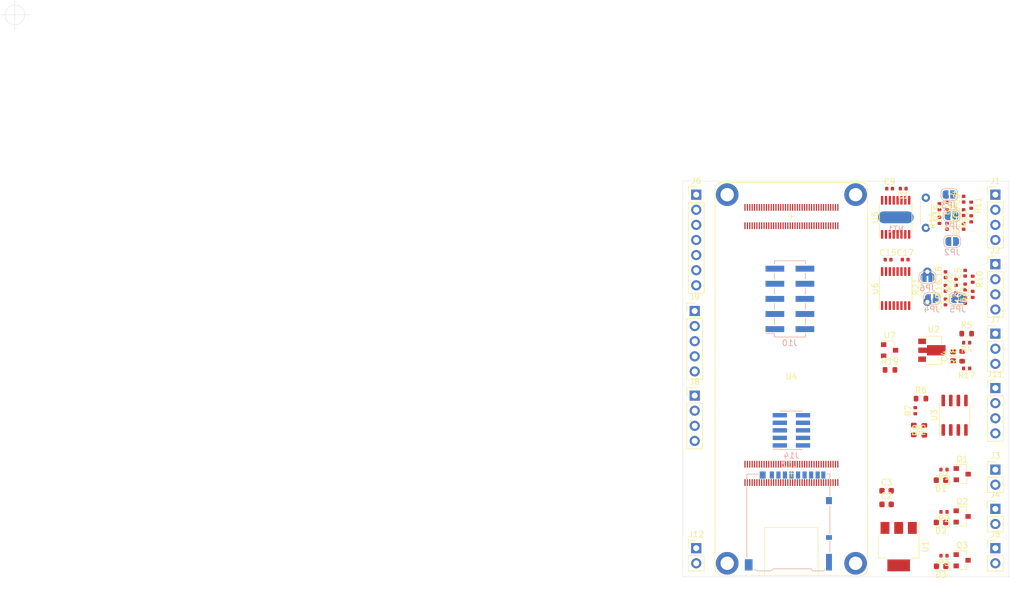
<source format=kicad_pcb>
(kicad_pcb (version 20171130) (host pcbnew "(5.1.9-0-10_14)")
  (layers (0 F.Cu signal) (1 In1.Cu signal hide) (2 In2.Cu signal) (31 B.Cu signal) (34 B.Paste user) (35 F.Paste user) (36 B.SilkS user) (37 F.SilkS user) (38 B.Mask user) (39 F.Mask user) (44 Edge.Cuts user))
  (net 0 "")
  (net 1 SSR1_VNEG)
  (net 2 SSR1_GATE)
  (net 3 SSR2_VNEG)
  (net 4 SSR2_GATE)
  (net 5 SSR3_VNEG)
  (net 6 SSR3_GATE)
  (net 7 +5V)
  (net 8 RTD2IN-)
  (net 9 BTN_BREW)
  (net 10 BTN_WATER)
  (net 11 BTN_STEAM)
  (net 12 ENC_CLK)
  (net 13 ENC_DT)
  (net 14 ENC_SW)
  (net 15 "Net-(D1-Pad2)")
  (net 16 "Net-(D2-Pad2)")
  (net 17 "Net-(D3-Pad2)")
  (net 18 PXDCR_AIN)
  (net 19 +3.3VA)
  (net 20 +3V3)
  (net 21 DISPLAY_CS)
  (net 22 DISPLAY_DC)
  (net 23 DISPLAY_RES)
  (net 24 SPI2_MOSI)
  (net 25 SPI2_SCLK)
  (net 26 UEXT_CS)
  (net 27 SPI5_SCK)
  (net 28 SPI5_MOSI)
  (net 29 SPI5_MISO)
  (net 30 I2C0_SDA)
  (net 31 I2C0_SCL)
  (net 32 UART0_RX)
  (net 33 UART0_TX)
  (net 34 PSSR_DAC_5V)
  (net 35 PSSR_EN_9V)
  (net 36 SDC_D0)
  (net 37 SDC_CLK)
  (net 38 V_SDCARD)
  (net 39 SDC_CMD)
  (net 40 SDC_D3)
  (net 41 SDC_D2)
  (net 42 SDC_D1)
  (net 43 JTAG_RESET)
  (net 44 JTAG_TDO)
  (net 45 JTAG_TCK)
  (net 46 JTAG_TMS)
  (net 47 "Net-(R6-Pad1)")
  (net 48 "Net-(R8-Pad1)")
  (net 49 PSSR_EN_3V3)
  (net 50 PSSR_DAC_3V3)
  (net 51 SPI1_MISO)
  (net 52 SPI1_MOSI)
  (net 53 SPI1_SCLK)
  (net 54 GND)
  (net 55 +5VA)
  (net 56 ADC_A0)
  (net 57 ADC_VREFP)
  (net 58 "Net-(J14-Pad8)")
  (net 59 "Net-(J14-Pad7)")
  (net 60 "Net-(U4-Pad160)")
  (net 61 "Net-(U4-Pad159)")
  (net 62 "Net-(U4-Pad158)")
  (net 63 "Net-(U4-Pad157)")
  (net 64 "Net-(U4-Pad156)")
  (net 65 "Net-(U4-Pad155)")
  (net 66 "Net-(U4-Pad154)")
  (net 67 "Net-(U4-Pad153)")
  (net 68 "Net-(U4-Pad152)")
  (net 69 "Net-(U4-Pad151)")
  (net 70 "Net-(U4-Pad150)")
  (net 71 "Net-(U4-Pad149)")
  (net 72 "Net-(U4-Pad148)")
  (net 73 "Net-(U4-Pad147)")
  (net 74 "Net-(U4-Pad146)")
  (net 75 "Net-(U4-Pad145)")
  (net 76 "Net-(U4-Pad144)")
  (net 77 "Net-(U4-Pad143)")
  (net 78 "Net-(U4-Pad142)")
  (net 79 "Net-(U4-Pad141)")
  (net 80 "Net-(U4-Pad138)")
  (net 81 "Net-(U4-Pad137)")
  (net 82 "Net-(U4-Pad136)")
  (net 83 "Net-(U4-Pad135)")
  (net 84 "Net-(U4-Pad134)")
  (net 85 "Net-(U4-Pad133)")
  (net 86 "Net-(U4-Pad132)")
  (net 87 "Net-(U4-Pad131)")
  (net 88 "Net-(U4-Pad128)")
  (net 89 "Net-(U4-Pad126)")
  (net 90 "Net-(U4-Pad124)")
  (net 91 "Net-(U4-Pad123)")
  (net 92 "Net-(U4-Pad122)")
  (net 93 "Net-(U4-Pad121)")
  (net 94 "Net-(U4-Pad117)")
  (net 95 "Net-(U4-Pad115)")
  (net 96 "Net-(U4-Pad112)")
  (net 97 "Net-(U4-Pad111)")
  (net 98 "Net-(U4-Pad110)")
  (net 99 "Net-(U4-Pad109)")
  (net 100 "Net-(U4-Pad108)")
  (net 101 "Net-(U4-Pad101)")
  (net 102 "Net-(U4-Pad97)")
  (net 103 "Net-(U4-Pad95)")
  (net 104 "Net-(U4-Pad94)")
  (net 105 "Net-(U4-Pad93)")
  (net 106 "Net-(U4-Pad92)")
  (net 107 "Net-(U4-Pad91)")
  (net 108 "Net-(U4-Pad90)")
  (net 109 "Net-(U4-Pad87)")
  (net 110 "Net-(U4-Pad85)")
  (net 111 "Net-(U4-Pad83)")
  (net 112 "Net-(U4-Pad75)")
  (net 113 "Net-(U4-Pad65)")
  (net 114 "Net-(U4-Pad64)")
  (net 115 "Net-(U4-Pad55)")
  (net 116 "Net-(U4-Pad53)")
  (net 117 "Net-(U4-Pad51)")
  (net 118 "Net-(U4-Pad49)")
  (net 119 "Net-(U4-Pad47)")
  (net 120 "Net-(U4-Pad45)")
  (net 121 "Net-(U4-Pad41)")
  (net 122 "Net-(U4-Pad39)")
  (net 123 "Net-(U4-Pad37)")
  (net 124 "Net-(U4-Pad35)")
  (net 125 "Net-(U4-Pad32)")
  (net 126 "Net-(U4-Pad31)")
  (net 127 "Net-(U4-Pad30)")
  (net 128 "Net-(U4-Pad29)")
  (net 129 "Net-(U4-Pad28)")
  (net 130 "Net-(U4-Pad27)")
  (net 131 "Net-(U4-Pad26)")
  (net 132 "Net-(U4-Pad25)")
  (net 133 "Net-(U4-Pad22)")
  (net 134 "Net-(U4-Pad21)")
  (net 135 "Net-(U4-Pad20)")
  (net 136 "Net-(U4-Pad19)")
  (net 137 "Net-(U4-Pad18)")
  (net 138 "Net-(U4-Pad17)")
  (net 139 "Net-(U4-Pad16)")
  (net 140 "Net-(U4-Pad15)")
  (net 141 "Net-(U4-Pad14)")
  (net 142 "Net-(U4-Pad13)")
  (net 143 "Net-(U4-Pad12)")
  (net 144 "Net-(U4-Pad11)")
  (net 145 "Net-(U4-Pad10)")
  (net 146 "Net-(U4-Pad9)")
  (net 147 "Net-(U4-Pad8)")
  (net 148 "Net-(U4-Pad7)")
  (net 149 "Net-(U4-Pad6)")
  (net 150 "Net-(U4-Pad5)")
  (net 151 "Net-(U4-Pad4)")
  (net 152 "Net-(U4-Pad3)")
  (net 153 "Net-(U4-Pad2)")
  (net 154 "Net-(U4-Pad81)")
  (net 155 "Net-(U4-Pad1)")
  (net 156 +12V)
  (net 157 GNDA)
  (net 158 ADS1220_2_AIN1)
  (net 159 ADS1220_1_AIN1)
  (net 160 ADS1220_2_AIN0)
  (net 161 ADS1220_1_AIN0)
  (net 162 ADS1220_1_REFP0)
  (net 163 ADS1220_1_REFN0)
  (net 164 ADS1220_2_REFP0)
  (net 165 ADS1220_2_REFN0)
  (net 166 ADS1220_1_AIN3)
  (net 167 RTD1IN+)
  (net 168 RTD1IN-)
  (net 169 I_IDAC_1_12)
  (net 170 RTD2IN+)
  (net 171 I_IDAC_2_12)
  (net 172 ADS1220_1_AIN2)
  (net 173 ADS1220_2_AIN3)
  (net 174 ADS1220_2_AIN2)
  (net 175 ADS1220_2_CS)
  (net 176 ADS1220_2_DRDY)
  (net 177 ADS1220_1_CS)
  (net 178 ADS1220_1_DRDY)
  (net 179 "Net-(U4-Pad36)")
  (module Package_SO:TSSOP-16_4.4x5mm_P0.65mm (layer F.Cu) (at 160.782 58.718 90)
    (fp_text reference U6 (at 0 -3.45 90) (layer F.SilkS))
    (fp_text value ADS1220xPW)
    (pad 16 smd roundrect (at 2.8625 -2.275 90) (size 1.475 0.4) (layers F.Cu F.Paste F.Mask) (net 51 SPI1_MISO))
    (pad 15 smd roundrect (at 2.8625 -1.625 90) (size 1.475 0.4) (layers F.Cu F.Paste F.Mask) (net 52 SPI1_MOSI))
    (pad 14 smd roundrect (at 2.8625 -0.975 90) (size 1.475 0.4) (layers F.Cu F.Paste F.Mask) (net 176 ADS1220_2_DRDY))
    (pad 13 smd roundrect (at 2.8625 -0.325 90) (size 1.475 0.4) (layers F.Cu F.Paste F.Mask) (net 20 +3V3))
    (pad 12 smd roundrect (at 2.8625 0.325 90) (size 1.475 0.4) (layers F.Cu F.Paste F.Mask) (net 19 +3.3VA))
    (pad 11 smd roundrect (at 2.8625 0.975 90) (size 1.475 0.4) (layers F.Cu F.Paste F.Mask) (net 160 ADS1220_2_AIN0))
    (pad 10 smd roundrect (at 2.8625 1.625 90) (size 1.475 0.4) (layers F.Cu F.Paste F.Mask) (net 158 ADS1220_2_AIN1))
    (pad 9 smd roundrect (at 2.8625 2.275 90) (size 1.475 0.4) (layers F.Cu F.Paste F.Mask) (net 164 ADS1220_2_REFP0))
    (pad 8 smd roundrect (at -2.8625 2.275 90) (size 1.475 0.4) (layers F.Cu F.Paste F.Mask) (net 165 ADS1220_2_REFN0))
    (pad 7 smd roundrect (at -2.8625 1.625 90) (size 1.475 0.4) (layers F.Cu F.Paste F.Mask) (net 174 ADS1220_2_AIN2))
    (pad 6 smd roundrect (at -2.8625 0.975 90) (size 1.475 0.4) (layers F.Cu F.Paste F.Mask) (net 173 ADS1220_2_AIN3))
    (pad 5 smd roundrect (at -2.8625 0.325 90) (size 1.475 0.4) (layers F.Cu F.Paste F.Mask) (net 157 GNDA))
    (pad 4 smd roundrect (at -2.8625 -0.325 90) (size 1.475 0.4) (layers F.Cu F.Paste F.Mask) (net 54 GND))
    (pad 3 smd roundrect (at -2.8625 -0.975 90) (size 1.475 0.4) (layers F.Cu F.Paste F.Mask) (net 54 GND))
    (pad 2 smd roundrect (at -2.8625 -1.625 90) (size 1.475 0.4) (layers F.Cu F.Paste F.Mask) (net 175 ADS1220_2_CS))
    (pad 1 smd roundrect (at -2.8625 -2.275 90) (size 1.475 0.4) (layers F.Cu F.Paste F.Mask) (net 53 SPI1_SCLK))
  )
  (module Resistor_SMD:R_0402_1005Metric (layer F.Cu) (at 170.942 57.658 90)
    (fp_text reference R22 (at 0 -1.17 90) (layer F.SilkS))
    (fp_text value 1K)
    (pad 2 smd roundrect (at 0.51 0 90) (size 0.54 0.64) (layers F.Cu F.Paste F.Mask) (net 165 ADS1220_2_REFN0))
    (pad 1 smd roundrect (at -0.51 0 90) (size 0.54 0.64) (layers F.Cu F.Paste F.Mask) (net 157 GNDA))
  )
  (module Resistor_THT:R_Axial_DIN0204_L3.6mm_D1.6mm_P5.08mm_Horizontal (layer F.Cu) (at 166.116 60.96 90)
    (fp_text reference R21 (at 2.54 -1.92 90) (layer F.SilkS))
    (fp_text value 680R)
    (pad 2 thru_hole oval (at 5.08 0 90) (size 1.4 1.4) (drill 0.7) (layers *.Cu *.Mask) (net 171 I_IDAC_2_12))
    (pad 1 thru_hole circle (at 0 0 90) (size 1.4 1.4) (drill 0.7) (layers *.Cu *.Mask) (net 157 GNDA))
  )
  (module Resistor_SMD:R_0402_1005Metric (layer F.Cu) (at 170.942 59.944 90)
    (fp_text reference R20 (at 0 -1.17 90) (layer F.SilkS))
    (fp_text value 1K)
    (pad 2 smd roundrect (at 0.51 0 90) (size 0.54 0.64) (layers F.Cu F.Paste F.Mask) (net 164 ADS1220_2_REFP0))
    (pad 1 smd roundrect (at -0.51 0 90) (size 0.54 0.64) (layers F.Cu F.Paste F.Mask) (net 171 I_IDAC_2_12))
  )
  (module Jumper:SolderJumper-2_P1.3mm_Open_RoundedPad1.0x1.5mm (layer B.Cu) (at 166.134 56.854)
    (fp_text reference JP6 (at 0 1.8) (layer B.SilkS) (effects (justify mirror)))
    (fp_text value SolderJumper_2_Open)
    (pad 2 smd custom (at 0.65 0) (size 1 0.5) (layers B.Cu B.Mask) (net 8 RTD2IN-) (options (clearance outline) (anchor rect)) (primitives (gr_circle (center 0 -0.25) (end 0.5 -0.25) (width 0)) (gr_circle (center 0 0.25) (end 0.5 0.25) (width 0)) (gr_poly (pts (xy 0 0.75) (xy -0.5 0.75) (xy -0.5 -0.75) (xy 0 -0.75)) (width 0))))
    (pad 1 smd custom (at -0.65 0) (size 1 0.5) (layers B.Cu B.Mask) (net 174 ADS1220_2_AIN2) (options (clearance outline) (anchor rect)) (primitives (gr_circle (center 0 -0.25) (end 0.5 -0.25) (width 0)) (gr_circle (center 0 0.25) (end 0.5 0.25) (width 0)) (gr_poly (pts (xy 0 0.75) (xy 0.5 0.75) (xy 0.5 -0.75) (xy 0 -0.75)) (width 0))))
  )
  (module Jumper:SolderJumper-2_P1.3mm_Open_RoundedPad1.0x1.5mm (layer B.Cu) (at 171.204 60.404)
    (fp_text reference JP5 (at 0 1.8) (layer B.SilkS) (effects (justify mirror)))
    (fp_text value SolderJumper_2_Open)
    (pad 2 smd custom (at 0.65 0) (size 1 0.5) (layers B.Cu B.Mask) (net 8 RTD2IN-) (options (clearance outline) (anchor rect)) (primitives (gr_circle (center 0 -0.25) (end 0.5 -0.25) (width 0)) (gr_circle (center 0 0.25) (end 0.5 0.25) (width 0)) (gr_poly (pts (xy 0 0.75) (xy -0.5 0.75) (xy -0.5 -0.75) (xy 0 -0.75)) (width 0))))
    (pad 1 smd custom (at -0.65 0) (size 1 0.5) (layers B.Cu B.Mask) (net 171 I_IDAC_2_12) (options (clearance outline) (anchor rect)) (primitives (gr_circle (center 0 -0.25) (end 0.5 -0.25) (width 0)) (gr_circle (center 0 0.25) (end 0.5 0.25) (width 0)) (gr_poly (pts (xy 0 0.75) (xy 0.5 0.75) (xy 0.5 -0.75) (xy 0 -0.75)) (width 0))))
  )
  (module Jumper:SolderJumper-2_P1.3mm_Open_RoundedPad1.0x1.5mm (layer B.Cu) (at 166.854 60.404)
    (fp_text reference JP4 (at 0 1.8) (layer B.SilkS) (effects (justify mirror)))
    (fp_text value SolderJumper_2_Open)
    (pad 2 smd custom (at 0.65 0) (size 1 0.5) (layers B.Cu B.Mask) (net 173 ADS1220_2_AIN3) (options (clearance outline) (anchor rect)) (primitives (gr_circle (center 0 -0.25) (end 0.5 -0.25) (width 0)) (gr_circle (center 0 0.25) (end 0.5 0.25) (width 0)) (gr_poly (pts (xy 0 0.75) (xy -0.5 0.75) (xy -0.5 -0.75) (xy 0 -0.75)) (width 0))))
    (pad 1 smd custom (at -0.65 0) (size 1 0.5) (layers B.Cu B.Mask) (net 170 RTD2IN+) (options (clearance outline) (anchor rect)) (primitives (gr_circle (center 0 -0.25) (end 0.5 -0.25) (width 0)) (gr_circle (center 0 0.25) (end 0.5 0.25) (width 0)) (gr_poly (pts (xy 0 0.75) (xy 0.5 0.75) (xy 0.5 -0.75) (xy 0 -0.75)) (width 0))))
  )
  (module Jumper:SolderJumper-2_P1.3mm_Open_RoundedPad1.0x1.5mm (layer B.Cu) (at 169.814 42.926)
    (fp_text reference JP3 (at 0 1.8) (layer B.SilkS) (effects (justify mirror)))
    (fp_text value SolderJumper_2_Open)
    (pad 2 smd custom (at 0.65 0) (size 1 0.5) (layers B.Cu B.Mask) (net 168 RTD1IN-) (options (clearance outline) (anchor rect)) (primitives (gr_circle (center 0 -0.25) (end 0.5 -0.25) (width 0)) (gr_circle (center 0 0.25) (end 0.5 0.25) (width 0)) (gr_poly (pts (xy 0 0.75) (xy -0.5 0.75) (xy -0.5 -0.75) (xy 0 -0.75)) (width 0))))
    (pad 1 smd custom (at -0.65 0) (size 1 0.5) (layers B.Cu B.Mask) (net 172 ADS1220_1_AIN2) (options (clearance outline) (anchor rect)) (primitives (gr_circle (center 0 -0.25) (end 0.5 -0.25) (width 0)) (gr_circle (center 0 0.25) (end 0.5 0.25) (width 0)) (gr_poly (pts (xy 0 0.75) (xy 0.5 0.75) (xy 0.5 -0.75) (xy 0 -0.75)) (width 0))))
  )
  (module Jumper:SolderJumper-2_P1.3mm_Open_RoundedPad1.0x1.5mm (layer B.Cu) (at 170.292 50.8)
    (fp_text reference JP2 (at 0 1.8) (layer B.SilkS) (effects (justify mirror)))
    (fp_text value SolderJumper_2_Open)
    (pad 2 smd custom (at 0.65 0) (size 1 0.5) (layers B.Cu B.Mask) (net 168 RTD1IN-) (options (clearance outline) (anchor rect)) (primitives (gr_circle (center 0 -0.25) (end 0.5 -0.25) (width 0)) (gr_circle (center 0 0.25) (end 0.5 0.25) (width 0)) (gr_poly (pts (xy 0 0.75) (xy -0.5 0.75) (xy -0.5 -0.75) (xy 0 -0.75)) (width 0))))
    (pad 1 smd custom (at -0.65 0) (size 1 0.5) (layers B.Cu B.Mask) (net 169 I_IDAC_1_12) (options (clearance outline) (anchor rect)) (primitives (gr_circle (center 0 -0.25) (end 0.5 -0.25) (width 0)) (gr_circle (center 0 0.25) (end 0.5 0.25) (width 0)) (gr_poly (pts (xy 0 0.75) (xy 0.5 0.75) (xy 0.5 -0.75) (xy 0 -0.75)) (width 0))))
  )
  (module Jumper:SolderJumper-2_P1.3mm_Open_RoundedPad1.0x1.5mm (layer B.Cu) (at 170.18 46.482)
    (fp_text reference JP1 (at 0 1.8) (layer B.SilkS) (effects (justify mirror)))
    (fp_text value SolderJumper_2_Open)
    (pad 2 smd custom (at 0.65 0) (size 1 0.5) (layers B.Cu B.Mask) (net 166 ADS1220_1_AIN3) (options (clearance outline) (anchor rect)) (primitives (gr_circle (center 0 -0.25) (end 0.5 -0.25) (width 0)) (gr_circle (center 0 0.25) (end 0.5 0.25) (width 0)) (gr_poly (pts (xy 0 0.75) (xy -0.5 0.75) (xy -0.5 -0.75) (xy 0 -0.75)) (width 0))))
    (pad 1 smd custom (at -0.65 0) (size 1 0.5) (layers B.Cu B.Mask) (net 167 RTD1IN+) (options (clearance outline) (anchor rect)) (primitives (gr_circle (center 0 -0.25) (end 0.5 -0.25) (width 0)) (gr_circle (center 0 0.25) (end 0.5 0.25) (width 0)) (gr_poly (pts (xy 0 0.75) (xy 0.5 0.75) (xy 0.5 -0.75) (xy 0 -0.75)) (width 0))))
  )
  (module Connector_PinHeader_2.54mm:PinHeader_1x04_P2.54mm_Vertical (layer F.Cu) (at 177.546 54.61)
    (fp_text reference J2 (at 0 -2.33) (layer F.SilkS))
    (fp_text value "RTD 2 Conn")
    (pad 4 thru_hole oval (at 0 7.62) (size 1.7 1.7) (drill 1) (layers *.Cu *.Mask) (net 166 ADS1220_1_AIN3))
    (pad 3 thru_hole oval (at 0 5.08) (size 1.7 1.7) (drill 1) (layers *.Cu *.Mask) (net 170 RTD2IN+))
    (pad 2 thru_hole oval (at 0 2.54) (size 1.7 1.7) (drill 1) (layers *.Cu *.Mask) (net 8 RTD2IN-))
    (pad 1 thru_hole rect (at 0 0) (size 1.7 1.7) (drill 1) (layers *.Cu *.Mask) (net 171 I_IDAC_2_12))
  )
  (module Connector_PinHeader_2.54mm:PinHeader_1x04_P2.54mm_Vertical (layer F.Cu) (at 177.546 42.926)
    (fp_text reference J1 (at 0 -2.33) (layer F.SilkS))
    (fp_text value "RTD1 Conn")
    (pad 4 thru_hole oval (at 0 7.62) (size 1.7 1.7) (drill 1) (layers *.Cu *.Mask) (net 166 ADS1220_1_AIN3))
    (pad 3 thru_hole oval (at 0 5.08) (size 1.7 1.7) (drill 1) (layers *.Cu *.Mask) (net 167 RTD1IN+))
    (pad 2 thru_hole oval (at 0 2.54) (size 1.7 1.7) (drill 1) (layers *.Cu *.Mask) (net 168 RTD1IN-))
    (pad 1 thru_hole rect (at 0 0) (size 1.7 1.7) (drill 1) (layers *.Cu *.Mask) (net 169 I_IDAC_1_12))
  )
  (module Capacitor_SMD:C_0402_1005Metric (layer F.Cu) (at 169.164 60.96 90)
    (fp_text reference C19 (at 0 -1.16 90) (layer F.SilkS))
    (fp_text value "10 nF")
    (pad 2 smd roundrect (at 0.48 0 90) (size 0.56 0.62) (layers F.Cu F.Paste F.Mask) (net 165 ADS1220_2_REFN0))
    (pad 1 smd roundrect (at -0.48 0 90) (size 0.56 0.62) (layers F.Cu F.Paste F.Mask) (net 157 GNDA))
  )
  (module Capacitor_SMD:C_0402_1005Metric (layer F.Cu) (at 169.164 56.388 90)
    (fp_text reference C18 (at 0 -1.16 90) (layer F.SilkS))
    (fp_text value "100 nF")
    (pad 2 smd roundrect (at 0.48 0 90) (size 0.56 0.62) (layers F.Cu F.Paste F.Mask) (net 19 +3.3VA))
    (pad 1 smd roundrect (at -0.48 0 90) (size 0.56 0.62) (layers F.Cu F.Paste F.Mask) (net 157 GNDA))
  )
  (module Capacitor_SMD:C_0402_1005Metric (layer F.Cu) (at 162.382 53.848)
    (fp_text reference C17 (at 0 -1.16) (layer F.SilkS))
    (fp_text value "100 nF")
    (pad 2 smd roundrect (at 0.48 0) (size 0.56 0.62) (layers F.Cu F.Paste F.Mask) (net 164 ADS1220_2_REFP0))
    (pad 1 smd roundrect (at -0.48 0) (size 0.56 0.62) (layers F.Cu F.Paste F.Mask) (net 165 ADS1220_2_REFN0))
  )
  (module Capacitor_SMD:C_0402_1005Metric (layer F.Cu) (at 169.164 58.674 90)
    (fp_text reference C16 (at 0 -1.16 90) (layer F.SilkS))
    (fp_text value "100 nF")
    (pad 2 smd roundrect (at 0.48 0 90) (size 0.56 0.62) (layers F.Cu F.Paste F.Mask) (net 20 +3V3))
    (pad 1 smd roundrect (at -0.48 0 90) (size 0.56 0.62) (layers F.Cu F.Paste F.Mask) (net 54 GND))
  )
  (module Capacitor_SMD:C_0402_1005Metric (layer F.Cu) (at 159.512 53.848)
    (fp_text reference C15 (at 0 -1.16) (layer F.SilkS))
    (fp_text value "10 nF")
    (pad 2 smd roundrect (at 0.48 0) (size 0.56 0.62) (layers F.Cu F.Paste F.Mask) (net 157 GNDA))
    (pad 1 smd roundrect (at -0.48 0) (size 0.56 0.62) (layers F.Cu F.Paste F.Mask) (net 164 ADS1220_2_REFP0))
  )
  (module Package_TO_SOT_SMD:SOT-223-3_TabPin2 (layer F.Cu) (at 161.29 102.108 270)
    (fp_text reference U1 (at 0 -4.5 90) (layer F.SilkS))
    (fp_text value AMS1117-5.0)
    (pad 1 smd rect (at -3.15 -2.3 270) (size 2 1.5) (layers F.Cu F.Paste F.Mask) (net 54 GND))
    (pad 3 smd rect (at -3.15 2.3 270) (size 2 1.5) (layers F.Cu F.Paste F.Mask) (net 156 +12V))
    (pad 2 smd rect (at -3.15 0 270) (size 2 1.5) (layers F.Cu F.Paste F.Mask) (net 7 +5V))
    (pad 2 smd rect (at 3.15 0 270) (size 2 3.8) (layers F.Cu F.Paste F.Mask) (net 7 +5V))
  )
  (module Connector_PinHeader_2.54mm:PinHeader_2x05_P2.54mm_Vertical_SMD (layer B.Cu) (at 143.002 60.452)
    (fp_text reference J10 (at 0 7.41) (layer B.SilkS) (effects (justify mirror)))
    (fp_text value UEXT_Host)
    (pad 10 smd rect (at 2.525 -5.08) (size 3.15 1) (layers B.Cu B.Paste B.Mask) (net 26 UEXT_CS))
    (pad 9 smd rect (at -2.525 -5.08) (size 3.15 1) (layers B.Cu B.Paste B.Mask) (net 27 SPI5_SCK))
    (pad 8 smd rect (at 2.525 -2.54) (size 3.15 1) (layers B.Cu B.Paste B.Mask) (net 28 SPI5_MOSI))
    (pad 7 smd rect (at -2.525 -2.54) (size 3.15 1) (layers B.Cu B.Paste B.Mask) (net 29 SPI5_MISO))
    (pad 6 smd rect (at 2.525 0) (size 3.15 1) (layers B.Cu B.Paste B.Mask) (net 30 I2C0_SDA))
    (pad 5 smd rect (at -2.525 0) (size 3.15 1) (layers B.Cu B.Paste B.Mask) (net 31 I2C0_SCL))
    (pad 4 smd rect (at 2.525 2.54) (size 3.15 1) (layers B.Cu B.Paste B.Mask) (net 32 UART0_RX))
    (pad 3 smd rect (at -2.525 2.54) (size 3.15 1) (layers B.Cu B.Paste B.Mask) (net 33 UART0_TX))
    (pad 2 smd rect (at 2.525 5.08) (size 3.15 1) (layers B.Cu B.Paste B.Mask) (net 54 GND))
    (pad 1 smd rect (at -2.525 5.08) (size 3.15 1) (layers B.Cu B.Paste B.Mask) (net 20 +3V3))
  )
  (module NetTie:NetTie-2_SMD_Pad2.0mm (layer B.Cu) (at 160.814 46.736)
    (fp_text reference NT1 (at 0 2) (layer B.SilkS) (effects (justify mirror)))
    (fp_text value Net-Tie_2)
    (fp_poly (pts (xy -2 1) (xy 2 1) (xy 2 -1) (xy -2 -1)) (layer B.Cu) (width 0))
    (pad 2 smd circle (at 2 0) (size 2 2) (layers B.Cu) (net 157 GNDA))
    (pad 1 smd circle (at -2 0) (size 2 2) (layers B.Cu) (net 54 GND))
  )
  (module Package_TO_SOT_SMD:SOT-23 (layer F.Cu) (at 159.766 69.088)
    (fp_text reference U7 (at 0 -2.5) (layer F.SilkS))
    (fp_text value LM4040DBZ-5)
    (pad 3 smd rect (at 1 0) (size 0.9 0.8) (layers F.Cu F.Paste F.Mask))
    (pad 2 smd rect (at -1 0.95) (size 0.9 0.8) (layers F.Cu F.Paste F.Mask) (net 157 GNDA))
    (pad 1 smd rect (at -1 -0.95) (size 0.9 0.8) (layers F.Cu F.Paste F.Mask) (net 55 +5VA))
  )
  (module Resistor_SMD:R_0603_1608Metric (layer F.Cu) (at 159.829 72.39)
    (fp_text reference R19 (at 0 -1.43) (layer F.SilkS))
    (fp_text value R)
    (pad 2 smd roundrect (at 0.825 0) (size 0.8 0.95) (layers F.Cu F.Paste F.Mask) (net 55 +5VA))
    (pad 1 smd roundrect (at -0.825 0) (size 0.8 0.95) (layers F.Cu F.Paste F.Mask) (net 156 +12V))
  )
  (module Resistor_SMD:R_0603_1608Metric (layer F.Cu) (at 171.958 70.104 90)
    (fp_text reference R18 (at 0 -1.43 90) (layer F.SilkS))
    (fp_text value 9K1)
    (pad 2 smd roundrect (at 0.825 0 90) (size 0.8 0.95) (layers F.Cu F.Paste F.Mask) (net 157 GNDA))
    (pad 1 smd roundrect (at -0.825 0 90) (size 0.8 0.95) (layers F.Cu F.Paste F.Mask) (net 57 ADC_VREFP))
  )
  (module Resistor_SMD:R_0402_1005Metric (layer F.Cu) (at 172.718 72.136 180)
    (fp_text reference R17 (at 0 -1.17) (layer F.SilkS))
    (fp_text value 4K7)
    (pad 2 smd roundrect (at 0.51 0 180) (size 0.54 0.64) (layers F.Cu F.Paste F.Mask) (net 57 ADC_VREFP))
    (pad 1 smd roundrect (at -0.51 0 180) (size 0.54 0.64) (layers F.Cu F.Paste F.Mask) (net 55 +5VA))
  )
  (module Resistor_SMD:R_0603_1608Metric (layer F.Cu) (at 165.608 82.55 90)
    (fp_text reference R9 (at 0 -1.43 90) (layer F.SilkS))
    (fp_text value 6K2)
    (pad 2 smd roundrect (at 0.825 0 90) (size 0.8 0.95) (layers F.Cu F.Paste F.Mask) (net 48 "Net-(R8-Pad1)"))
    (pad 1 smd roundrect (at -0.825 0 90) (size 0.8 0.95) (layers F.Cu F.Paste F.Mask) (net 35 PSSR_EN_9V))
  )
  (module Resistor_SMD:R_0603_1608Metric (layer F.Cu) (at 163.83 82.487 270)
    (fp_text reference R8 (at 0 -1.43 90) (layer F.SilkS))
    (fp_text value 3K6)
    (pad 2 smd roundrect (at 0.825 0 270) (size 0.8 0.95) (layers F.Cu F.Paste F.Mask) (net 54 GND))
    (pad 1 smd roundrect (at -0.825 0 270) (size 0.8 0.95) (layers F.Cu F.Paste F.Mask) (net 48 "Net-(R8-Pad1)"))
  )
  (module Resistor_SMD:R_0603_1608Metric (layer F.Cu) (at 165.037 77.216)
    (fp_text reference R6 (at 0 -1.43) (layer F.SilkS))
    (fp_text value 9K1)
    (pad 2 smd roundrect (at 0.825 0) (size 0.8 0.95) (layers F.Cu F.Paste F.Mask) (net 54 GND))
    (pad 1 smd roundrect (at -0.825 0) (size 0.8 0.95) (layers F.Cu F.Paste F.Mask) (net 47 "Net-(R6-Pad1)"))
  )
  (module Resistor_SMD:R_0603_1608Metric (layer F.Cu) (at 172.72 66.294)
    (fp_text reference R5 (at 0 -1.43) (layer F.SilkS))
    (fp_text value 9K1)
    (pad 2 smd roundrect (at 0.825 0) (size 0.8 0.95) (layers F.Cu F.Paste F.Mask) (net 157 GNDA))
    (pad 1 smd roundrect (at -0.825 0) (size 0.8 0.95) (layers F.Cu F.Paste F.Mask) (net 56 ADC_A0))
  )
  (module Capacitor_SMD:C_0603_1608Metric (layer F.Cu) (at 170.434 70.104 90)
    (fp_text reference C4 (at 0 -1.43 90) (layer F.SilkS))
    (fp_text value "10 uF")
    (pad 2 smd roundrect (at 0.775 0 90) (size 0.9 0.95) (layers F.Cu F.Paste F.Mask) (net 54 GND))
    (pad 1 smd roundrect (at -0.775 0 90) (size 0.9 0.95) (layers F.Cu F.Paste F.Mask) (net 19 +3.3VA))
  )
  (module Capacitor_SMD:C_0603_1608Metric (layer F.Cu) (at 159.258 92.71)
    (fp_text reference C3 (at 0 -1.43) (layer F.SilkS))
    (fp_text value "10 uF")
    (pad 2 smd roundrect (at 0.775 0) (size 0.9 0.95) (layers F.Cu F.Paste F.Mask) (net 54 GND))
    (pad 1 smd roundrect (at -0.775 0) (size 0.9 0.95) (layers F.Cu F.Paste F.Mask) (net 7 +5V))
  )
  (module Capacitor_SMD:C_0603_1608Metric (layer F.Cu) (at 159.258 94.996)
    (fp_text reference C2 (at 0 -1.43) (layer F.SilkS))
    (fp_text value "10 uF")
    (pad 2 smd roundrect (at 0.775 0) (size 0.9 0.95) (layers F.Cu F.Paste F.Mask) (net 54 GND))
    (pad 1 smd roundrect (at -0.775 0) (size 0.9 0.95) (layers F.Cu F.Paste F.Mask) (net 156 +12V))
  )
  (module Package_SO:TSSOP-16_4.4x5mm_P0.65mm (layer F.Cu) (at 160.782 46.736 90)
    (fp_text reference U5 (at 0 -3.45 90) (layer F.SilkS))
    (fp_text value ADS1220xPW)
    (pad 16 smd roundrect (at 2.8625 -2.275 90) (size 1.475 0.4) (layers F.Cu F.Paste F.Mask) (net 51 SPI1_MISO))
    (pad 15 smd roundrect (at 2.8625 -1.625 90) (size 1.475 0.4) (layers F.Cu F.Paste F.Mask) (net 52 SPI1_MOSI))
    (pad 14 smd roundrect (at 2.8625 -0.975 90) (size 1.475 0.4) (layers F.Cu F.Paste F.Mask) (net 178 ADS1220_1_DRDY))
    (pad 13 smd roundrect (at 2.8625 -0.325 90) (size 1.475 0.4) (layers F.Cu F.Paste F.Mask) (net 20 +3V3))
    (pad 12 smd roundrect (at 2.8625 0.325 90) (size 1.475 0.4) (layers F.Cu F.Paste F.Mask) (net 19 +3.3VA))
    (pad 11 smd roundrect (at 2.8625 0.975 90) (size 1.475 0.4) (layers F.Cu F.Paste F.Mask) (net 161 ADS1220_1_AIN0))
    (pad 10 smd roundrect (at 2.8625 1.625 90) (size 1.475 0.4) (layers F.Cu F.Paste F.Mask) (net 159 ADS1220_1_AIN1))
    (pad 9 smd roundrect (at 2.8625 2.275 90) (size 1.475 0.4) (layers F.Cu F.Paste F.Mask) (net 162 ADS1220_1_REFP0))
    (pad 8 smd roundrect (at -2.8625 2.275 90) (size 1.475 0.4) (layers F.Cu F.Paste F.Mask) (net 163 ADS1220_1_REFN0))
    (pad 7 smd roundrect (at -2.8625 1.625 90) (size 1.475 0.4) (layers F.Cu F.Paste F.Mask) (net 172 ADS1220_1_AIN2))
    (pad 6 smd roundrect (at -2.8625 0.975 90) (size 1.475 0.4) (layers F.Cu F.Paste F.Mask) (net 166 ADS1220_1_AIN3))
    (pad 5 smd roundrect (at -2.8625 0.325 90) (size 1.475 0.4) (layers F.Cu F.Paste F.Mask) (net 157 GNDA))
    (pad 4 smd roundrect (at -2.8625 -0.325 90) (size 1.475 0.4) (layers F.Cu F.Paste F.Mask) (net 54 GND))
    (pad 3 smd roundrect (at -2.8625 -0.975 90) (size 1.475 0.4) (layers F.Cu F.Paste F.Mask) (net 54 GND))
    (pad 2 smd roundrect (at -2.8625 -1.625 90) (size 1.475 0.4) (layers F.Cu F.Paste F.Mask) (net 177 ADS1220_1_CS))
    (pad 1 smd roundrect (at -2.8625 -2.275 90) (size 1.475 0.4) (layers F.Cu F.Paste F.Mask) (net 53 SPI1_SCLK))
  )
  (module Arduino:Arduino_Portenta_H7 (layer F.Cu) (at 143.256 73.914)
    (fp_text reference U4 (at 0 -0.419) (layer F.SilkS))
    (fp_text value Portenta_H7)
    (pad 160 smd trapezoid (at 7.8 17.415) (size 0.2 1.14) (layers F.Cu F.Paste F.Mask) (net 60 "Net-(U4-Pad160)"))
    (pad 159 smd trapezoid (at 7.8 14.335) (size 0.2 1.14) (layers F.Cu F.Paste F.Mask) (net 61 "Net-(U4-Pad159)"))
    (pad 158 smd trapezoid (at 7.4 17.415) (size 0.2 1.14) (layers F.Cu F.Paste F.Mask) (net 62 "Net-(U4-Pad158)"))
    (pad 157 smd trapezoid (at 7.4 14.335) (size 0.2 1.14) (layers F.Cu F.Paste F.Mask) (net 63 "Net-(U4-Pad157)"))
    (pad 156 smd trapezoid (at 7 17.415) (size 0.2 1.14) (layers F.Cu F.Paste F.Mask) (net 64 "Net-(U4-Pad156)"))
    (pad 155 smd trapezoid (at 7 14.335) (size 0.2 1.14) (layers F.Cu F.Paste F.Mask) (net 65 "Net-(U4-Pad155)"))
    (pad 154 smd trapezoid (at 6.6 17.415) (size 0.2 1.14) (layers F.Cu F.Paste F.Mask) (net 66 "Net-(U4-Pad154)"))
    (pad 153 smd trapezoid (at 6.6 14.335) (size 0.2 1.14) (layers F.Cu F.Paste F.Mask) (net 67 "Net-(U4-Pad153)"))
    (pad 152 smd trapezoid (at 6.2 17.415) (size 0.2 1.14) (layers F.Cu F.Paste F.Mask) (net 68 "Net-(U4-Pad152)"))
    (pad 151 smd trapezoid (at 6.2 14.335) (size 0.2 1.14) (layers F.Cu F.Paste F.Mask) (net 69 "Net-(U4-Pad151)"))
    (pad 150 smd trapezoid (at 5.8 17.415) (size 0.2 1.14) (layers F.Cu F.Paste F.Mask) (net 70 "Net-(U4-Pad150)"))
    (pad 149 smd trapezoid (at 5.8 14.335) (size 0.2 1.14) (layers F.Cu F.Paste F.Mask) (net 71 "Net-(U4-Pad149)"))
    (pad 148 smd trapezoid (at 5.4 17.415) (size 0.2 1.14) (layers F.Cu F.Paste F.Mask) (net 72 "Net-(U4-Pad148)"))
    (pad 147 smd trapezoid (at 5.4 14.335) (size 0.2 1.14) (layers F.Cu F.Paste F.Mask) (net 73 "Net-(U4-Pad147)"))
    (pad 146 smd trapezoid (at 5 17.415) (size 0.2 1.14) (layers F.Cu F.Paste F.Mask) (net 74 "Net-(U4-Pad146)"))
    (pad 145 smd trapezoid (at 5 14.335) (size 0.2 1.14) (layers F.Cu F.Paste F.Mask) (net 75 "Net-(U4-Pad145)"))
    (pad 144 smd trapezoid (at 4.6 17.415) (size 0.2 1.14) (layers F.Cu F.Paste F.Mask) (net 76 "Net-(U4-Pad144)"))
    (pad 143 smd trapezoid (at 4.6 14.335) (size 0.2 1.14) (layers F.Cu F.Paste F.Mask) (net 77 "Net-(U4-Pad143)"))
    (pad 142 smd trapezoid (at 4.2 17.415) (size 0.2 1.14) (layers F.Cu F.Paste F.Mask) (net 78 "Net-(U4-Pad142)"))
    (pad 141 smd trapezoid (at 4.2 14.335) (size 0.2 1.14) (layers F.Cu F.Paste F.Mask) (net 79 "Net-(U4-Pad141)"))
    (pad 140 smd trapezoid (at 3.8 17.415) (size 0.2 1.14) (layers F.Cu F.Paste F.Mask) (net 7 +5V))
    (pad 139 smd trapezoid (at 3.8 14.335) (size 0.2 1.14) (layers F.Cu F.Paste F.Mask) (net 54 GND))
    (pad 138 smd trapezoid (at 3.4 17.415) (size 0.2 1.14) (layers F.Cu F.Paste F.Mask) (net 80 "Net-(U4-Pad138)"))
    (pad 137 smd trapezoid (at 3.4 14.335) (size 0.2 1.14) (layers F.Cu F.Paste F.Mask) (net 81 "Net-(U4-Pad137)"))
    (pad 136 smd trapezoid (at 3 17.415) (size 0.2 1.14) (layers F.Cu F.Paste F.Mask) (net 82 "Net-(U4-Pad136)"))
    (pad 135 smd trapezoid (at 3 14.335) (size 0.2 1.14) (layers F.Cu F.Paste F.Mask) (net 83 "Net-(U4-Pad135)"))
    (pad 134 smd trapezoid (at 2.6 17.415) (size 0.2 1.14) (layers F.Cu F.Paste F.Mask) (net 84 "Net-(U4-Pad134)"))
    (pad 133 smd trapezoid (at 2.6 14.335) (size 0.2 1.14) (layers F.Cu F.Paste F.Mask) (net 85 "Net-(U4-Pad133)"))
    (pad 132 smd trapezoid (at 2.2 17.415) (size 0.2 1.14) (layers F.Cu F.Paste F.Mask) (net 86 "Net-(U4-Pad132)"))
    (pad 131 smd trapezoid (at 2.2 14.335) (size 0.2 1.14) (layers F.Cu F.Paste F.Mask) (net 87 "Net-(U4-Pad131)"))
    (pad 130 smd trapezoid (at 1.8 17.415) (size 0.2 1.14) (layers F.Cu F.Paste F.Mask) (net 54 GND))
    (pad 129 smd trapezoid (at 1.8 14.335) (size 0.2 1.14) (layers F.Cu F.Paste F.Mask) (net 7 +5V))
    (pad 128 smd trapezoid (at 1.4 17.415) (size 0.2 1.14) (layers F.Cu F.Paste F.Mask) (net 88 "Net-(U4-Pad128)"))
    (pad 127 smd trapezoid (at 1.4 14.335) (size 0.2 1.14) (layers F.Cu F.Paste F.Mask) (net 33 UART0_TX))
    (pad 126 smd trapezoid (at 1 17.415) (size 0.2 1.14) (layers F.Cu F.Paste F.Mask) (net 89 "Net-(U4-Pad126)"))
    (pad 125 smd trapezoid (at 1 14.335) (size 0.2 1.14) (layers F.Cu F.Paste F.Mask) (net 32 UART0_RX))
    (pad 124 smd trapezoid (at 0.6 17.415) (size 0.2 1.14) (layers F.Cu F.Paste F.Mask) (net 90 "Net-(U4-Pad124)"))
    (pad 123 smd trapezoid (at 0.6 14.335) (size 0.2 1.14) (layers F.Cu F.Paste F.Mask) (net 91 "Net-(U4-Pad123)"))
    (pad 122 smd trapezoid (at 0.2 17.415) (size 0.2 1.14) (layers F.Cu F.Paste F.Mask) (net 92 "Net-(U4-Pad122)"))
    (pad 121 smd trapezoid (at 0.2 14.335) (size 0.2 1.14) (layers F.Cu F.Paste F.Mask) (net 93 "Net-(U4-Pad121)"))
    (pad 120 smd trapezoid (at -0.2 17.415) (size 0.2 1.14) (layers F.Cu F.Paste F.Mask) (net 7 +5V))
    (pad 119 smd trapezoid (at -0.2 14.335) (size 0.2 1.14) (layers F.Cu F.Paste F.Mask) (net 54 GND))
    (pad 118 smd trapezoid (at -0.6 17.415) (size 0.2 1.14) (layers F.Cu F.Paste F.Mask) (net 30 I2C0_SDA))
    (pad 117 smd trapezoid (at -0.6 14.335) (size 0.2 1.14) (layers F.Cu F.Paste F.Mask) (net 94 "Net-(U4-Pad117)"))
    (pad 116 smd trapezoid (at -1 17.415) (size 0.2 1.14) (layers F.Cu F.Paste F.Mask) (net 31 I2C0_SCL))
    (pad 115 smd trapezoid (at -1 14.335) (size 0.2 1.14) (layers F.Cu F.Paste F.Mask) (net 95 "Net-(U4-Pad115)"))
    (pad 114 smd trapezoid (at -1.4 17.415) (size 0.2 1.14) (layers F.Cu F.Paste F.Mask) (net 54 GND))
    (pad 113 smd trapezoid (at -1.4 14.335) (size 0.2 1.14) (layers F.Cu F.Paste F.Mask) (net 7 +5V))
    (pad 112 smd trapezoid (at -1.8 17.415) (size 0.2 1.14) (layers F.Cu F.Paste F.Mask) (net 96 "Net-(U4-Pad112)"))
    (pad 111 smd trapezoid (at -1.8 14.335) (size 0.2 1.14) (layers F.Cu F.Paste F.Mask) (net 97 "Net-(U4-Pad111)"))
    (pad 110 smd trapezoid (at -2.2 17.415) (size 0.2 1.14) (layers F.Cu F.Paste F.Mask) (net 98 "Net-(U4-Pad110)"))
    (pad 109 smd trapezoid (at -2.2 14.335) (size 0.2 1.14) (layers F.Cu F.Paste F.Mask) (net 99 "Net-(U4-Pad109)"))
    (pad 108 smd trapezoid (at -2.6 17.415) (size 0.2 1.14) (layers F.Cu F.Paste F.Mask) (net 100 "Net-(U4-Pad108)"))
    (pad 107 smd trapezoid (at -2.6 14.335) (size 0.2 1.14) (layers F.Cu F.Paste F.Mask) (net 54 GND))
    (pad 106 smd trapezoid (at -3 17.415) (size 0.2 1.14) (layers F.Cu F.Paste F.Mask) (net 37 SDC_CLK))
    (pad 105 smd trapezoid (at -3 14.335) (size 0.2 1.14) (layers F.Cu F.Paste F.Mask) (net 25 SPI2_SCLK))
    (pad 104 smd trapezoid (at -3.4 17.415) (size 0.2 1.14) (layers F.Cu F.Paste F.Mask) (net 39 SDC_CMD))
    (pad 103 smd trapezoid (at -3.4 14.335) (size 0.2 1.14) (layers F.Cu F.Paste F.Mask) (net 21 DISPLAY_CS))
    (pad 102 smd trapezoid (at -3.8 17.415) (size 0.2 1.14) (layers F.Cu F.Paste F.Mask) (net 36 SDC_D0))
    (pad 101 smd trapezoid (at -3.8 14.335) (size 0.2 1.14) (layers F.Cu F.Paste F.Mask) (net 101 "Net-(U4-Pad101)"))
    (pad 100 smd trapezoid (at -4.2 17.415) (size 0.2 1.14) (layers F.Cu F.Paste F.Mask) (net 42 SDC_D1))
    (pad 99 smd trapezoid (at -4.2 14.335) (size 0.2 1.14) (layers F.Cu F.Paste F.Mask) (net 24 SPI2_MOSI))
    (pad 98 smd trapezoid (at -4.6 17.415) (size 0.2 1.14) (layers F.Cu F.Paste F.Mask) (net 41 SDC_D2))
    (pad 97 smd trapezoid (at -4.6 14.335) (size 0.2 1.14) (layers F.Cu F.Paste F.Mask) (net 102 "Net-(U4-Pad97)"))
    (pad 96 smd trapezoid (at -5 17.415) (size 0.2 1.14) (layers F.Cu F.Paste F.Mask) (net 40 SDC_D3))
    (pad 95 smd trapezoid (at -5 14.335) (size 0.2 1.14) (layers F.Cu F.Paste F.Mask) (net 103 "Net-(U4-Pad95)"))
    (pad 94 smd trapezoid (at -5.4 17.415) (size 0.2 1.14) (layers F.Cu F.Paste F.Mask) (net 104 "Net-(U4-Pad94)"))
    (pad 93 smd trapezoid (at -5.4 14.335) (size 0.2 1.14) (layers F.Cu F.Paste F.Mask) (net 105 "Net-(U4-Pad93)"))
    (pad 92 smd trapezoid (at -5.8 17.415) (size 0.2 1.14) (layers F.Cu F.Paste F.Mask) (net 106 "Net-(U4-Pad92)"))
    (pad 91 smd trapezoid (at -5.8 14.335) (size 0.2 1.14) (layers F.Cu F.Paste F.Mask) (net 107 "Net-(U4-Pad91)"))
    (pad 90 smd trapezoid (at -6.2 17.415) (size 0.2 1.14) (layers F.Cu F.Paste F.Mask) (net 108 "Net-(U4-Pad90)"))
    (pad 89 smd trapezoid (at -6.2 14.335) (size 0.2 1.14) (layers F.Cu F.Paste F.Mask) (net 38 V_SDCARD))
    (pad 88 smd trapezoid (at -6.6 17.415) (size 0.2 1.14) (layers F.Cu F.Paste F.Mask) (net 43 JTAG_RESET))
    (pad 87 smd trapezoid (at -6.6 14.335) (size 0.2 1.14) (layers F.Cu F.Paste F.Mask) (net 109 "Net-(U4-Pad87)"))
    (pad 86 smd trapezoid (at -7 17.415) (size 0.2 1.14) (layers F.Cu F.Paste F.Mask) (net 46 JTAG_TMS))
    (pad 85 smd trapezoid (at -7 14.335) (size 0.2 1.14) (layers F.Cu F.Paste F.Mask) (net 110 "Net-(U4-Pad85)"))
    (pad 84 smd trapezoid (at -7.4 17.415) (size 0.2 1.14) (layers F.Cu F.Paste F.Mask) (net 45 JTAG_TCK))
    (pad 83 smd trapezoid (at -7.4 14.335) (size 0.2 1.14) (layers F.Cu F.Paste F.Mask) (net 111 "Net-(U4-Pad83)"))
    (pad 82 smd trapezoid (at -7.8 17.415) (size 0.2 1.14) (layers F.Cu F.Paste F.Mask) (net 44 JTAG_TDO))
    (pad 80 smd trapezoid (at 7.8 -25.765) (size 0.2 1.14) (layers F.Cu F.Paste F.Mask) (net 49 PSSR_EN_3V3))
    (pad 79 smd trapezoid (at 7.8 -28.845) (size 0.2 1.14) (layers F.Cu F.Paste F.Mask) (net 175 ADS1220_2_CS))
    (pad 78 smd trapezoid (at 7.4 -25.765) (size 0.2 1.14) (layers F.Cu F.Paste F.Mask) (net 50 PSSR_DAC_3V3))
    (pad 77 smd trapezoid (at 7.4 -28.845) (size 0.2 1.14) (layers F.Cu F.Paste F.Mask) (net 176 ADS1220_2_DRDY))
    (pad 76 smd trapezoid (at 7 -25.765) (size 0.2 1.14) (layers F.Cu F.Paste F.Mask) (net 23 DISPLAY_RES))
    (pad 75 smd trapezoid (at 7 -28.845) (size 0.2 1.14) (layers F.Cu F.Paste F.Mask) (net 112 "Net-(U4-Pad75)"))
    (pad 74 smd trapezoid (at 6.6 -25.765) (size 0.2 1.14) (layers F.Cu F.Paste F.Mask) (net 22 DISPLAY_DC))
    (pad 73 smd trapezoid (at 6.6 -28.845) (size 0.2 1.14) (layers F.Cu F.Paste F.Mask) (net 56 ADC_A0))
    (pad 72 smd trapezoid (at 6.2 -25.765) (size 0.2 1.14) (layers F.Cu F.Paste F.Mask) (net 157 GNDA))
    (pad 71 smd trapezoid (at 6.2 -28.845) (size 0.2 1.14) (layers F.Cu F.Paste F.Mask) (net 57 ADC_VREFP))
    (pad 70 smd trapezoid (at 5.8 -25.765) (size 0.2 1.14) (layers F.Cu F.Paste F.Mask) (net 54 GND))
    (pad 69 smd trapezoid (at 5.8 -28.845) (size 0.2 1.14) (layers F.Cu F.Paste F.Mask) (net 20 +3V3))
    (pad 68 smd trapezoid (at 5.4 -25.765) (size 0.2 1.14) (layers F.Cu F.Paste F.Mask) (net 27 SPI5_SCK))
    (pad 67 smd trapezoid (at 5.4 -28.845) (size 0.2 1.14) (layers F.Cu F.Paste F.Mask) (net 29 SPI5_MISO))
    (pad 66 smd trapezoid (at 5 -25.765) (size 0.2 1.14) (layers F.Cu F.Paste F.Mask) (net 28 SPI5_MOSI))
    (pad 65 smd trapezoid (at 5 -28.845) (size 0.2 1.14) (layers F.Cu F.Paste F.Mask) (net 113 "Net-(U4-Pad65)"))
    (pad 64 smd trapezoid (at 4.6 -25.765) (size 0.2 1.14) (layers F.Cu F.Paste F.Mask) (net 114 "Net-(U4-Pad64)"))
    (pad 63 smd trapezoid (at 4.6 -28.845) (size 0.2 1.14) (layers F.Cu F.Paste F.Mask) (net 12 ENC_CLK))
    (pad 62 smd trapezoid (at 4.2 -25.765) (size 0.2 1.14) (layers F.Cu F.Paste F.Mask) (net 11 BTN_STEAM))
    (pad 61 smd trapezoid (at 4.2 -28.845) (size 0.2 1.14) (layers F.Cu F.Paste F.Mask) (net 13 ENC_DT))
    (pad 60 smd trapezoid (at 3.8 -25.765) (size 0.2 1.14) (layers F.Cu F.Paste F.Mask) (net 26 UEXT_CS))
    (pad 59 smd trapezoid (at 3.8 -28.845) (size 0.2 1.14) (layers F.Cu F.Paste F.Mask) (net 14 ENC_SW))
    (pad 58 smd trapezoid (at 3.4 -25.765) (size 0.2 1.14) (layers F.Cu F.Paste F.Mask) (net 10 BTN_WATER))
    (pad 57 smd trapezoid (at 3.4 -28.845) (size 0.2 1.14) (layers F.Cu F.Paste F.Mask) (net 54 GND))
    (pad 56 smd trapezoid (at 3 -25.765) (size 0.2 1.14) (layers F.Cu F.Paste F.Mask) (net 9 BTN_BREW))
    (pad 55 smd trapezoid (at 3 -28.845) (size 0.2 1.14) (layers F.Cu F.Paste F.Mask) (net 115 "Net-(U4-Pad55)"))
    (pad 54 smd trapezoid (at 2.6 -25.765) (size 0.2 1.14) (layers F.Cu F.Paste F.Mask) (net 6 SSR3_GATE))
    (pad 53 smd trapezoid (at 2.6 -28.845) (size 0.2 1.14) (layers F.Cu F.Paste F.Mask) (net 116 "Net-(U4-Pad53)"))
    (pad 52 smd trapezoid (at 2.2 -25.765) (size 0.2 1.14) (layers F.Cu F.Paste F.Mask) (net 4 SSR2_GATE))
    (pad 51 smd trapezoid (at 2.2 -28.845) (size 0.2 1.14) (layers F.Cu F.Paste F.Mask) (net 117 "Net-(U4-Pad51)"))
    (pad 50 smd trapezoid (at 1.8 -25.765) (size 0.2 1.14) (layers F.Cu F.Paste F.Mask) (net 2 SSR1_GATE))
    (pad 49 smd trapezoid (at 1.8 -28.845) (size 0.2 1.14) (layers F.Cu F.Paste F.Mask) (net 118 "Net-(U4-Pad49)"))
    (pad 48 smd trapezoid (at 1.4 -25.765) (size 0.2 1.14) (layers F.Cu F.Paste F.Mask) (net 177 ADS1220_1_CS))
    (pad 47 smd trapezoid (at 1.4 -28.845) (size 0.2 1.14) (layers F.Cu F.Paste F.Mask) (net 119 "Net-(U4-Pad47)"))
    (pad 46 smd trapezoid (at 1 -25.765) (size 0.2 1.14) (layers F.Cu F.Paste F.Mask) (net 178 ADS1220_1_DRDY))
    (pad 45 smd trapezoid (at 1 -28.845) (size 0.2 1.14) (layers F.Cu F.Paste F.Mask) (net 120 "Net-(U4-Pad45)"))
    (pad 44 smd trapezoid (at 0.6 -25.765) (size 0.2 1.14) (layers F.Cu F.Paste F.Mask) (net 54 GND))
    (pad 43 smd trapezoid (at 0.6 -28.845) (size 0.2 1.14) (layers F.Cu F.Paste F.Mask) (net 20 +3V3))
    (pad 42 smd trapezoid (at 0.2 -25.765) (size 0.2 1.14) (layers F.Cu F.Paste F.Mask) (net 52 SPI1_MOSI))
    (pad 41 smd trapezoid (at 0.2 -28.845) (size 0.2 1.14) (layers F.Cu F.Paste F.Mask) (net 121 "Net-(U4-Pad41)"))
    (pad 40 smd trapezoid (at -0.2 -25.765) (size 0.2 1.14) (layers F.Cu F.Paste F.Mask) (net 51 SPI1_MISO))
    (pad 39 smd trapezoid (at -0.2 -28.845) (size 0.2 1.14) (layers F.Cu F.Paste F.Mask) (net 122 "Net-(U4-Pad39)"))
    (pad 38 smd trapezoid (at -0.6 -25.765) (size 0.2 1.14) (layers F.Cu F.Paste F.Mask) (net 53 SPI1_SCLK))
    (pad 37 smd trapezoid (at -0.6 -28.845) (size 0.2 1.14) (layers F.Cu F.Paste F.Mask) (net 123 "Net-(U4-Pad37)"))
    (pad 36 smd trapezoid (at -1 -25.765) (size 0.2 1.14) (layers F.Cu F.Paste F.Mask) (net 179 "Net-(U4-Pad36)"))
    (pad 35 smd trapezoid (at -1 -28.845) (size 0.2 1.14) (layers F.Cu F.Paste F.Mask) (net 124 "Net-(U4-Pad35)"))
    (pad 34 smd trapezoid (at -1.4 -25.765) (size 0.2 1.14) (layers F.Cu F.Paste F.Mask) (net 20 +3V3))
    (pad 33 smd trapezoid (at -1.4 -28.845) (size 0.2 1.14) (layers F.Cu F.Paste F.Mask) (net 54 GND))
    (pad 32 smd trapezoid (at -1.8 -25.765) (size 0.2 1.14) (layers F.Cu F.Paste F.Mask) (net 125 "Net-(U4-Pad32)"))
    (pad 31 smd trapezoid (at -1.8 -28.845) (size 0.2 1.14) (layers F.Cu F.Paste F.Mask) (net 126 "Net-(U4-Pad31)"))
    (pad 30 smd trapezoid (at -2.2 -25.765) (size 0.2 1.14) (layers F.Cu F.Paste F.Mask) (net 127 "Net-(U4-Pad30)"))
    (pad 29 smd trapezoid (at -2.2 -28.845) (size 0.2 1.14) (layers F.Cu F.Paste F.Mask) (net 128 "Net-(U4-Pad29)"))
    (pad 28 smd trapezoid (at -2.6 -25.765) (size 0.2 1.14) (layers F.Cu F.Paste F.Mask) (net 129 "Net-(U4-Pad28)"))
    (pad 27 smd trapezoid (at -2.6 -28.845) (size 0.2 1.14) (layers F.Cu F.Paste F.Mask) (net 130 "Net-(U4-Pad27)"))
    (pad 26 smd trapezoid (at -3 -25.765) (size 0.2 1.14) (layers F.Cu F.Paste F.Mask) (net 131 "Net-(U4-Pad26)"))
    (pad 25 smd trapezoid (at -3 -28.845) (size 0.2 1.14) (layers F.Cu F.Paste F.Mask) (net 132 "Net-(U4-Pad25)"))
    (pad 24 smd trapezoid (at -3.4 -25.765) (size 0.2 1.14) (layers F.Cu F.Paste F.Mask) (net 54 GND))
    (pad 23 smd trapezoid (at -3.4 -28.845) (size 0.2 1.14) (layers F.Cu F.Paste F.Mask) (net 20 +3V3))
    (pad 22 smd trapezoid (at -3.8 -25.765) (size 0.2 1.14) (layers F.Cu F.Paste F.Mask) (net 133 "Net-(U4-Pad22)"))
    (pad 21 smd trapezoid (at -3.8 -28.845) (size 0.2 1.14) (layers F.Cu F.Paste F.Mask) (net 134 "Net-(U4-Pad21)"))
    (pad 20 smd trapezoid (at -4.2 -25.765) (size 0.2 1.14) (layers F.Cu F.Paste F.Mask) (net 135 "Net-(U4-Pad20)"))
    (pad 19 smd trapezoid (at -4.2 -28.845) (size 0.2 1.14) (layers F.Cu F.Paste F.Mask) (net 136 "Net-(U4-Pad19)"))
    (pad 18 smd trapezoid (at -4.6 -25.765) (size 0.2 1.14) (layers F.Cu F.Paste F.Mask) (net 137 "Net-(U4-Pad18)"))
    (pad 17 smd trapezoid (at -4.6 -28.845) (size 0.2 1.14) (layers F.Cu F.Paste F.Mask) (net 138 "Net-(U4-Pad17)"))
    (pad 16 smd trapezoid (at -5 -25.765) (size 0.2 1.14) (layers F.Cu F.Paste F.Mask) (net 139 "Net-(U4-Pad16)"))
    (pad 15 smd trapezoid (at -5 -28.845) (size 0.2 1.14) (layers F.Cu F.Paste F.Mask) (net 140 "Net-(U4-Pad15)"))
    (pad 14 smd trapezoid (at -5.4 -25.765) (size 0.2 1.14) (layers F.Cu F.Paste F.Mask) (net 141 "Net-(U4-Pad14)"))
    (pad 13 smd trapezoid (at -5.4 -28.845) (size 0.2 1.14) (layers F.Cu F.Paste F.Mask) (net 142 "Net-(U4-Pad13)"))
    (pad 12 smd trapezoid (at -5.8 -25.765) (size 0.2 1.14) (layers F.Cu F.Paste F.Mask) (net 143 "Net-(U4-Pad12)"))
    (pad 11 smd trapezoid (at -5.8 -28.845) (size 0.2 1.14) (layers F.Cu F.Paste F.Mask) (net 144 "Net-(U4-Pad11)"))
    (pad 10 smd trapezoid (at -6.2 -25.765) (size 0.2 1.14) (layers F.Cu F.Paste F.Mask) (net 145 "Net-(U4-Pad10)"))
    (pad 9 smd trapezoid (at -6.2 -28.845) (size 0.2 1.14) (layers F.Cu F.Paste F.Mask) (net 146 "Net-(U4-Pad9)"))
    (pad 8 smd trapezoid (at -6.6 -25.765) (size 0.2 1.14) (layers F.Cu F.Paste F.Mask) (net 147 "Net-(U4-Pad8)"))
    (pad 7 smd trapezoid (at -6.6 -28.845) (size 0.2 1.14) (layers F.Cu F.Paste F.Mask) (net 148 "Net-(U4-Pad7)"))
    (pad 6 smd trapezoid (at -7 -25.765) (size 0.2 1.14) (layers F.Cu F.Paste F.Mask) (net 149 "Net-(U4-Pad6)"))
    (pad 5 smd trapezoid (at -7 -28.845) (size 0.2 1.14) (layers F.Cu F.Paste F.Mask) (net 150 "Net-(U4-Pad5)"))
    (pad 4 smd trapezoid (at -7.4 -25.765) (size 0.2 1.14) (layers F.Cu F.Paste F.Mask) (net 151 "Net-(U4-Pad4)"))
    (pad 3 smd trapezoid (at -7.4 -28.845) (size 0.2 1.14) (layers F.Cu F.Paste F.Mask) (net 152 "Net-(U4-Pad3)"))
    (pad 2 smd trapezoid (at -7.8 -25.765) (size 0.2 1.14) (layers F.Cu F.Paste F.Mask) (net 153 "Net-(U4-Pad2)"))
    (pad 161 thru_hole circle (at 10.795 -30.988) (size 3.8 3.8) (drill 2.25) (layers *.Cu *.Mask))
    (pad 161 thru_hole circle (at -10.795 -30.988) (size 3.8 3.8) (drill 2.25) (layers *.Cu *.Mask))
    (pad 161 thru_hole circle (at 10.795 30.988) (size 3.8 3.8) (drill 2.25) (layers *.Cu *.Mask))
    (pad 161 thru_hole circle (at -10.795 30.988) (size 3.8 3.8) (drill 2.25) (layers *.Cu *.Mask))
    (pad 81 smd trapezoid (at -7.8 14.335) (size 0.2 1.14) (layers F.Cu F.Paste F.Mask) (net 154 "Net-(U4-Pad81)"))
    (pad 1 smd trapezoid (at -7.8 -28.845) (size 0.2 1.14) (layers F.Cu F.Paste F.Mask) (net 155 "Net-(U4-Pad1)"))
  )
  (module Package_SO:SOIC-8_3.9x4.9mm_P1.27mm (layer F.Cu) (at 170.688 80.01 90)
    (fp_text reference U3 (at 0 -3.4 90) (layer F.SilkS))
    (fp_text value MCP6002-xSN)
    (pad 8 smd roundrect (at 2.475 -1.905 90) (size 1.95 0.6) (layers F.Cu F.Paste F.Mask) (net 156 +12V))
    (pad 7 smd roundrect (at 2.475 -0.635 90) (size 1.95 0.6) (layers F.Cu F.Paste F.Mask) (net 35 PSSR_EN_9V))
    (pad 6 smd roundrect (at 2.475 0.635 90) (size 1.95 0.6) (layers F.Cu F.Paste F.Mask) (net 48 "Net-(R8-Pad1)"))
    (pad 5 smd roundrect (at 2.475 1.905 90) (size 1.95 0.6) (layers F.Cu F.Paste F.Mask) (net 49 PSSR_EN_3V3))
    (pad 4 smd roundrect (at -2.475 1.905 90) (size 1.95 0.6) (layers F.Cu F.Paste F.Mask) (net 54 GND))
    (pad 3 smd roundrect (at -2.475 0.635 90) (size 1.95 0.6) (layers F.Cu F.Paste F.Mask) (net 50 PSSR_DAC_3V3))
    (pad 2 smd roundrect (at -2.475 -0.635 90) (size 1.95 0.6) (layers F.Cu F.Paste F.Mask) (net 47 "Net-(R6-Pad1)"))
    (pad 1 smd roundrect (at -2.475 -1.905 90) (size 1.95 0.6) (layers F.Cu F.Paste F.Mask) (net 34 PSSR_DAC_5V))
  )
  (module Package_TO_SOT_SMD:SOT-89-3 (layer F.Cu) (at 166.878 69.088)
    (fp_text reference U2 (at 0.3 -3.5) (layer F.SilkS))
    (fp_text value HT7533-1-SOT89)
    (pad 2 smd custom (at -1.5625 0) (size 1.475 0.9) (layers F.Cu F.Paste F.Mask) (net 7 +5V) (options (clearance outline) (anchor rect)) (primitives (gr_poly (pts (xy 0.7375 -0.8665) (xy 3.8625 -0.8665) (xy 3.8625 0.8665) (xy 0.7375 0.8665)) (width 0))))
    (pad 3 smd rect (at -1.65 1.5) (size 1.3 0.9) (layers F.Cu F.Paste F.Mask) (net 19 +3.3VA))
    (pad 1 smd rect (at -1.65 -1.5) (size 1.3 0.9) (layers F.Cu F.Paste F.Mask) (net 54 GND))
  )
  (module Resistor_SMD:R_0402_1005Metric (layer F.Cu) (at 168.148 44.958 270)
    (fp_text reference R16 (at 0 -1.17 90) (layer F.SilkS))
    (fp_text value 1K)
    (pad 2 smd roundrect (at 0.51 0 270) (size 0.54 0.64) (layers F.Cu F.Paste F.Mask) (net 163 ADS1220_1_REFN0))
    (pad 1 smd roundrect (at -0.51 0 270) (size 0.54 0.64) (layers F.Cu F.Paste F.Mask) (net 157 GNDA))
  )
  (module Resistor_THT:R_Axial_DIN0204_L3.6mm_D1.6mm_P5.08mm_Horizontal (layer F.Cu) (at 165.862 43.434 270)
    (fp_text reference R15 (at 2.54 -1.92 90) (layer F.SilkS))
    (fp_text value 680R)
    (pad 2 thru_hole oval (at 5.08 0 270) (size 1.4 1.4) (drill 0.7) (layers *.Cu *.Mask) (net 169 I_IDAC_1_12))
    (pad 1 thru_hole circle (at 0 0 270) (size 1.4 1.4) (drill 0.7) (layers *.Cu *.Mask) (net 157 GNDA))
  )
  (module Resistor_SMD:R_0402_1005Metric (layer F.Cu) (at 168.148 47.244 90)
    (fp_text reference R14 (at 0 -1.17 90) (layer F.SilkS))
    (fp_text value 1K)
    (pad 2 smd roundrect (at 0.51 0 90) (size 0.54 0.64) (layers F.Cu F.Paste F.Mask) (net 162 ADS1220_1_REFP0))
    (pad 1 smd roundrect (at -0.51 0 90) (size 0.54 0.64) (layers F.Cu F.Paste F.Mask) (net 169 I_IDAC_1_12))
  )
  (module Resistor_SMD:R_0402_1005Metric (layer F.Cu) (at 173.482 46.99 90)
    (fp_text reference R13 (at 0 -1.17 90) (layer F.SilkS))
    (fp_text value 1K)
    (pad 2 smd roundrect (at 0.51 0 90) (size 0.54 0.64) (layers F.Cu F.Paste F.Mask) (net 161 ADS1220_1_AIN0))
    (pad 1 smd roundrect (at -0.51 0 90) (size 0.54 0.64) (layers F.Cu F.Paste F.Mask) (net 168 RTD1IN-))
  )
  (module Resistor_SMD:R_0402_1005Metric (layer F.Cu) (at 173.736 59.69 90)
    (fp_text reference R12 (at 0 -1.17 90) (layer F.SilkS))
    (fp_text value 1K)
    (pad 2 smd roundrect (at 0.51 0 90) (size 0.54 0.64) (layers F.Cu F.Paste F.Mask) (net 160 ADS1220_2_AIN0))
    (pad 1 smd roundrect (at -0.51 0 90) (size 0.54 0.64) (layers F.Cu F.Paste F.Mask) (net 8 RTD2IN-))
  )
  (module Resistor_SMD:R_0402_1005Metric (layer F.Cu) (at 173.482 44.706 270)
    (fp_text reference R11 (at 0 -1.17 90) (layer F.SilkS))
    (fp_text value 1K)
    (pad 2 smd roundrect (at 0.51 0 270) (size 0.54 0.64) (layers F.Cu F.Paste F.Mask) (net 159 ADS1220_1_AIN1))
    (pad 1 smd roundrect (at -0.51 0 270) (size 0.54 0.64) (layers F.Cu F.Paste F.Mask) (net 167 RTD1IN+))
  )
  (module Resistor_SMD:R_0402_1005Metric (layer F.Cu) (at 173.736 57.15 270)
    (fp_text reference R10 (at 0 -1.17 90) (layer F.SilkS))
    (fp_text value 1K)
    (pad 2 smd roundrect (at 0.51 0 270) (size 0.54 0.64) (layers F.Cu F.Paste F.Mask) (net 158 ADS1220_2_AIN1))
    (pad 1 smd roundrect (at -0.51 0 270) (size 0.54 0.64) (layers F.Cu F.Paste F.Mask) (net 170 RTD2IN+))
  )
  (module Resistor_SMD:R_0402_1005Metric (layer F.Cu) (at 164.084 79.248 90)
    (fp_text reference R7 (at 0 -1.17 90) (layer F.SilkS))
    (fp_text value 4K7)
    (pad 2 smd roundrect (at 0.51 0 90) (size 0.54 0.64) (layers F.Cu F.Paste F.Mask) (net 47 "Net-(R6-Pad1)"))
    (pad 1 smd roundrect (at -0.51 0 90) (size 0.54 0.64) (layers F.Cu F.Paste F.Mask) (net 34 PSSR_DAC_5V))
  )
  (module Resistor_SMD:R_0402_1005Metric (layer F.Cu) (at 172.72 67.818 180)
    (fp_text reference R4 (at 0 -1.17) (layer F.SilkS))
    (fp_text value 4K7)
    (pad 2 smd roundrect (at 0.51 0 180) (size 0.54 0.64) (layers F.Cu F.Paste F.Mask) (net 56 ADC_A0))
    (pad 1 smd roundrect (at -0.51 0 180) (size 0.54 0.64) (layers F.Cu F.Paste F.Mask) (net 18 PXDCR_AIN))
  )
  (module Resistor_SMD:R_0402_1005Metric (layer F.Cu) (at 168.91 103.632 180)
    (fp_text reference R3 (at 0 -1.17) (layer F.SilkS))
    (fp_text value R)
    (pad 2 smd roundrect (at 0.51 0 180) (size 0.54 0.64) (layers F.Cu F.Paste F.Mask) (net 17 "Net-(D3-Pad2)"))
    (pad 1 smd roundrect (at -0.51 0 180) (size 0.54 0.64) (layers F.Cu F.Paste F.Mask) (net 6 SSR3_GATE))
  )
  (module Resistor_SMD:R_0402_1005Metric (layer F.Cu) (at 168.91 96.266 180)
    (fp_text reference R2 (at 0 -1.17) (layer F.SilkS))
    (fp_text value R)
    (pad 2 smd roundrect (at 0.51 0 180) (size 0.54 0.64) (layers F.Cu F.Paste F.Mask) (net 16 "Net-(D2-Pad2)"))
    (pad 1 smd roundrect (at -0.51 0 180) (size 0.54 0.64) (layers F.Cu F.Paste F.Mask) (net 4 SSR2_GATE))
  )
  (module Resistor_SMD:R_0402_1005Metric (layer F.Cu) (at 168.91 89.154 180)
    (fp_text reference R1 (at 0 -1.17) (layer F.SilkS))
    (fp_text value R)
    (pad 2 smd roundrect (at 0.51 0 180) (size 0.54 0.64) (layers F.Cu F.Paste F.Mask) (net 15 "Net-(D1-Pad2)"))
    (pad 1 smd roundrect (at -0.51 0 180) (size 0.54 0.64) (layers F.Cu F.Paste F.Mask) (net 2 SSR1_GATE))
  )
  (module Package_TO_SOT_SMD:SOT-23 (layer F.Cu) (at 171.958 104.394)
    (fp_text reference Q3 (at 0 -2.5) (layer F.SilkS))
    (fp_text value 2N7002)
    (pad 3 smd rect (at 1 0) (size 0.9 0.8) (layers F.Cu F.Paste F.Mask) (net 5 SSR3_VNEG))
    (pad 2 smd rect (at -1 0.95) (size 0.9 0.8) (layers F.Cu F.Paste F.Mask) (net 54 GND))
    (pad 1 smd rect (at -1 -0.95) (size 0.9 0.8) (layers F.Cu F.Paste F.Mask) (net 6 SSR3_GATE))
  )
  (module Package_TO_SOT_SMD:SOT-23 (layer F.Cu) (at 171.958 97.028)
    (fp_text reference Q2 (at 0 -2.5) (layer F.SilkS))
    (fp_text value 2N7002)
    (pad 3 smd rect (at 1 0) (size 0.9 0.8) (layers F.Cu F.Paste F.Mask) (net 3 SSR2_VNEG))
    (pad 2 smd rect (at -1 0.95) (size 0.9 0.8) (layers F.Cu F.Paste F.Mask) (net 54 GND))
    (pad 1 smd rect (at -1 -0.95) (size 0.9 0.8) (layers F.Cu F.Paste F.Mask) (net 4 SSR2_GATE))
  )
  (module Package_TO_SOT_SMD:SOT-23 (layer F.Cu) (at 171.974 89.916)
    (fp_text reference Q1 (at 0 -2.5) (layer F.SilkS))
    (fp_text value 2N7002)
    (pad 3 smd rect (at 1 0) (size 0.9 0.8) (layers F.Cu F.Paste F.Mask) (net 1 SSR1_VNEG))
    (pad 2 smd rect (at -1 0.95) (size 0.9 0.8) (layers F.Cu F.Paste F.Mask) (net 54 GND))
    (pad 1 smd rect (at -1 -0.95) (size 0.9 0.8) (layers F.Cu F.Paste F.Mask) (net 2 SSR1_GATE))
  )
  (module Connector_PinHeader_1.27mm:PinHeader_2x05_P1.27mm_Vertical_SMD (layer B.Cu) (at 143.256 82.55)
    (fp_text reference J14 (at 0 4.235) (layer B.SilkS) (effects (justify mirror)))
    (fp_text value Conn_ARM_JTAG_SWD_10)
    (pad 10 smd rect (at 1.95 -2.54) (size 2.4 0.74) (layers B.Cu B.Paste B.Mask) (net 43 JTAG_RESET))
    (pad 9 smd rect (at -1.95 -2.54) (size 2.4 0.74) (layers B.Cu B.Paste B.Mask) (net 54 GND))
    (pad 8 smd rect (at 1.95 -1.27) (size 2.4 0.74) (layers B.Cu B.Paste B.Mask) (net 58 "Net-(J14-Pad8)"))
    (pad 7 smd rect (at -1.95 -1.27) (size 2.4 0.74) (layers B.Cu B.Paste B.Mask) (net 59 "Net-(J14-Pad7)"))
    (pad 6 smd rect (at 1.95 0) (size 2.4 0.74) (layers B.Cu B.Paste B.Mask) (net 44 JTAG_TDO))
    (pad 5 smd rect (at -1.95 0) (size 2.4 0.74) (layers B.Cu B.Paste B.Mask) (net 54 GND))
    (pad 4 smd rect (at 1.95 1.27) (size 2.4 0.74) (layers B.Cu B.Paste B.Mask) (net 45 JTAG_TCK))
    (pad 3 smd rect (at -1.95 1.27) (size 2.4 0.74) (layers B.Cu B.Paste B.Mask) (net 54 GND))
    (pad 2 smd rect (at 1.95 2.54) (size 2.4 0.74) (layers B.Cu B.Paste B.Mask) (net 46 JTAG_TMS))
    (pad 1 smd rect (at -1.95 2.54) (size 2.4 0.74) (layers B.Cu B.Paste B.Mask) (net 20 +3V3))
  )
  (module Connector_Card:microSD_HC_Hirose_DM3AT-SF-PEJM5 (layer B.Cu) (at 142.748 97.79 180)
    (fp_text reference J13 (at -0.075 9.525) (layer B.SilkS) (effects (justify mirror)))
    (fp_text value Micro_SD_Card)
    (pad 11 smd rect (at 6.675 -7.375 180) (size 1.3 1.9) (layers B.Cu B.Paste B.Mask))
    (pad 11 smd rect (at -6.825 -6.925 180) (size 1 2.8) (layers B.Cu B.Paste B.Mask))
    (pad 10 smd rect (at -6.825 -2.775 180) (size 1 0.8) (layers B.Cu B.Paste B.Mask))
    (pad 11 smd rect (at -6.825 3.425 180) (size 1 1.2) (layers B.Cu B.Paste B.Mask))
    (pad 11 smd rect (at 4.325 7.725 180) (size 1 1.2) (layers B.Cu B.Paste B.Mask))
    (pad 7 smd rect (at -3.825 7.725 180) (size 0.7 1.2) (layers B.Cu B.Paste B.Mask) (net 36 SDC_D0))
    (pad 6 smd rect (at -2.725 7.725 180) (size 0.7 1.2) (layers B.Cu B.Paste B.Mask) (net 54 GND))
    (pad 5 smd rect (at -1.625 7.725 180) (size 0.7 1.2) (layers B.Cu B.Paste B.Mask) (net 37 SDC_CLK))
    (pad 4 smd rect (at -0.525 7.725 180) (size 0.7 1.2) (layers B.Cu B.Paste B.Mask) (net 38 V_SDCARD))
    (pad 3 smd rect (at 0.575 7.725 180) (size 0.7 1.2) (layers B.Cu B.Paste B.Mask) (net 39 SDC_CMD))
    (pad 2 smd rect (at 1.675 7.725 180) (size 0.7 1.2) (layers B.Cu B.Paste B.Mask) (net 40 SDC_D3))
    (pad 1 smd rect (at 2.775 7.725 180) (size 0.7 1.2) (layers B.Cu B.Paste B.Mask) (net 41 SDC_D2))
    (pad 8 smd rect (at -4.925 7.725 180) (size 0.7 1.2) (layers B.Cu B.Paste B.Mask) (net 42 SDC_D1))
    (pad 9 smd rect (at -5.875 7.725 180) (size 0.7 1.2) (layers B.Cu B.Paste B.Mask) (net 54 GND))
  )
  (module Connector_PinHeader_2.54mm:PinHeader_1x02_P2.54mm_Vertical (layer F.Cu) (at 127.254 102.362)
    (fp_text reference J12 (at 0 -2.33) (layer F.SilkS))
    (fp_text value Conn_01x02)
    (pad 2 thru_hole oval (at 0 2.54) (size 1.7 1.7) (drill 1) (layers *.Cu *.Mask) (net 54 GND))
    (pad 1 thru_hole rect (at 0 0) (size 1.7 1.7) (drill 1) (layers *.Cu *.Mask) (net 156 +12V))
  )
  (module Connector_PinHeader_2.54mm:PinHeader_1x04_P2.54mm_Vertical (layer F.Cu) (at 177.546 75.438)
    (fp_text reference J11 (at 0 -2.33) (layer F.SilkS))
    (fp_text value "PSSR Conn")
    (pad 4 thru_hole oval (at 0 7.62) (size 1.7 1.7) (drill 1) (layers *.Cu *.Mask) (net 34 PSSR_DAC_5V))
    (pad 3 thru_hole oval (at 0 5.08) (size 1.7 1.7) (drill 1) (layers *.Cu *.Mask) (net 35 PSSR_EN_9V))
    (pad 2 thru_hole oval (at 0 2.54) (size 1.7 1.7) (drill 1) (layers *.Cu *.Mask) (net 54 GND))
    (pad 1 thru_hole rect (at 0 0) (size 1.7 1.7) (drill 1) (layers *.Cu *.Mask) (net 156 +12V))
  )
  (module Connector_PinHeader_2.54mm:PinHeader_1x05_P2.54mm_Vertical (layer F.Cu) (at 127 62.484)
    (fp_text reference J9 (at 0 -2.33) (layer F.SilkS))
    (fp_text value "Enc Conn")
    (pad 5 thru_hole oval (at 0 10.16) (size 1.7 1.7) (drill 1) (layers *.Cu *.Mask) (net 54 GND))
    (pad 4 thru_hole oval (at 0 7.62) (size 1.7 1.7) (drill 1) (layers *.Cu *.Mask) (net 20 +3V3))
    (pad 3 thru_hole oval (at 0 5.08) (size 1.7 1.7) (drill 1) (layers *.Cu *.Mask) (net 14 ENC_SW))
    (pad 2 thru_hole oval (at 0 2.54) (size 1.7 1.7) (drill 1) (layers *.Cu *.Mask) (net 13 ENC_DT))
    (pad 1 thru_hole rect (at 0 0) (size 1.7 1.7) (drill 1) (layers *.Cu *.Mask) (net 12 ENC_CLK))
  )
  (module Connector_PinHeader_2.54mm:PinHeader_1x04_P2.54mm_Vertical (layer F.Cu) (at 127 76.708)
    (fp_text reference J8 (at 0 -2.33) (layer F.SilkS))
    (fp_text value "Btn Conn")
    (pad 4 thru_hole oval (at 0 7.62) (size 1.7 1.7) (drill 1) (layers *.Cu *.Mask) (net 9 BTN_BREW))
    (pad 3 thru_hole oval (at 0 5.08) (size 1.7 1.7) (drill 1) (layers *.Cu *.Mask) (net 10 BTN_WATER))
    (pad 2 thru_hole oval (at 0 2.54) (size 1.7 1.7) (drill 1) (layers *.Cu *.Mask) (net 11 BTN_STEAM))
    (pad 1 thru_hole rect (at 0 0) (size 1.7 1.7) (drill 1) (layers *.Cu *.Mask) (net 54 GND))
  )
  (module Connector_PinHeader_2.54mm:PinHeader_1x03_P2.54mm_Vertical (layer F.Cu) (at 177.546 66.294)
    (fp_text reference J7 (at 0 -2.33) (layer F.SilkS))
    (fp_text value "PXDCR Conn")
    (pad 3 thru_hole oval (at 0 5.08) (size 1.7 1.7) (drill 1) (layers *.Cu *.Mask) (net 55 +5VA))
    (pad 2 thru_hole oval (at 0 2.54) (size 1.7 1.7) (drill 1) (layers *.Cu *.Mask) (net 18 PXDCR_AIN))
    (pad 1 thru_hole rect (at 0 0) (size 1.7 1.7) (drill 1) (layers *.Cu *.Mask) (net 157 GNDA))
  )
  (module Connector_PinHeader_2.54mm:PinHeader_1x07_P2.54mm_Vertical (layer F.Cu) (at 127.254 42.926)
    (fp_text reference J6 (at 0 -2.33) (layer F.SilkS))
    (fp_text value "Display Conn")
    (pad 7 thru_hole oval (at 0 15.24) (size 1.7 1.7) (drill 1) (layers *.Cu *.Mask) (net 21 DISPLAY_CS))
    (pad 6 thru_hole oval (at 0 12.7) (size 1.7 1.7) (drill 1) (layers *.Cu *.Mask) (net 22 DISPLAY_DC))
    (pad 5 thru_hole oval (at 0 10.16) (size 1.7 1.7) (drill 1) (layers *.Cu *.Mask) (net 23 DISPLAY_RES))
    (pad 4 thru_hole oval (at 0 7.62) (size 1.7 1.7) (drill 1) (layers *.Cu *.Mask) (net 24 SPI2_MOSI))
    (pad 3 thru_hole oval (at 0 5.08) (size 1.7 1.7) (drill 1) (layers *.Cu *.Mask) (net 25 SPI2_SCLK))
    (pad 2 thru_hole oval (at 0 2.54) (size 1.7 1.7) (drill 1) (layers *.Cu *.Mask) (net 20 +3V3))
    (pad 1 thru_hole rect (at 0 0) (size 1.7 1.7) (drill 1) (layers *.Cu *.Mask) (net 54 GND))
  )
  (module Connector_PinHeader_2.54mm:PinHeader_1x02_P2.54mm_Vertical (layer F.Cu) (at 177.546 102.362)
    (fp_text reference J5 (at 0 -2.33) (layer F.SilkS))
    (fp_text value "SSR3 Conn")
    (pad 2 thru_hole oval (at 0 2.54) (size 1.7 1.7) (drill 1) (layers *.Cu *.Mask) (net 7 +5V))
    (pad 1 thru_hole rect (at 0 0) (size 1.7 1.7) (drill 1) (layers *.Cu *.Mask) (net 5 SSR3_VNEG))
  )
  (module Connector_PinHeader_2.54mm:PinHeader_1x02_P2.54mm_Vertical (layer F.Cu) (at 177.546 95.758)
    (fp_text reference J4 (at 0 -2.33) (layer F.SilkS))
    (fp_text value "SSR2 Conn")
    (pad 2 thru_hole oval (at 0 2.54) (size 1.7 1.7) (drill 1) (layers *.Cu *.Mask) (net 7 +5V))
    (pad 1 thru_hole rect (at 0 0) (size 1.7 1.7) (drill 1) (layers *.Cu *.Mask) (net 3 SSR2_VNEG))
  )
  (module Connector_PinHeader_2.54mm:PinHeader_1x02_P2.54mm_Vertical (layer F.Cu) (at 177.546 89.154)
    (fp_text reference J3 (at 0 -2.33) (layer F.SilkS))
    (fp_text value "SSR1 Conn")
    (pad 2 thru_hole oval (at 0 2.54) (size 1.7 1.7) (drill 1) (layers *.Cu *.Mask) (net 7 +5V))
    (pad 1 thru_hole rect (at 0 0) (size 1.7 1.7) (drill 1) (layers *.Cu *.Mask) (net 1 SSR1_VNEG))
  )
  (module LED_SMD:LED_0603_1608Metric (layer F.Cu) (at 168.4275 105.41 180)
    (fp_text reference D3 (at 0 -1.43) (layer F.SilkS))
    (fp_text value LED)
    (pad 2 smd roundrect (at 0.7875 0 180) (size 0.875 0.95) (layers F.Cu F.Paste F.Mask) (net 17 "Net-(D3-Pad2)"))
    (pad 1 smd roundrect (at -0.7875 0 180) (size 0.875 0.95) (layers F.Cu F.Paste F.Mask) (net 54 GND))
  )
  (module LED_SMD:LED_0603_1608Metric (layer F.Cu) (at 168.402 98.044 180)
    (fp_text reference D2 (at 0 -1.43) (layer F.SilkS))
    (fp_text value LED)
    (pad 2 smd roundrect (at 0.7875 0 180) (size 0.875 0.95) (layers F.Cu F.Paste F.Mask) (net 16 "Net-(D2-Pad2)"))
    (pad 1 smd roundrect (at -0.7875 0 180) (size 0.875 0.95) (layers F.Cu F.Paste F.Mask) (net 54 GND))
  )
  (module LED_SMD:LED_0603_1608Metric (layer F.Cu) (at 168.402 90.932 180)
    (fp_text reference D1 (at 0 -1.43) (layer F.SilkS))
    (fp_text value LED)
    (pad 2 smd roundrect (at 0.7875 0 180) (size 0.875 0.95) (layers F.Cu F.Paste F.Mask) (net 15 "Net-(D1-Pad2)"))
    (pad 1 smd roundrect (at -0.7875 0 180) (size 0.875 0.95) (layers F.Cu F.Paste F.Mask) (net 54 GND))
  )
  (module Capacitor_SMD:C_0402_1005Metric (layer F.Cu) (at 169.418 43.688 270)
    (fp_text reference C14 (at 0 -1.16 90) (layer F.SilkS))
    (fp_text value "10 nF")
    (pad 2 smd roundrect (at 0.48 0 270) (size 0.56 0.62) (layers F.Cu F.Paste F.Mask) (net 163 ADS1220_1_REFN0))
    (pad 1 smd roundrect (at -0.48 0 270) (size 0.56 0.62) (layers F.Cu F.Paste F.Mask) (net 157 GNDA))
  )
  (module Capacitor_SMD:C_0402_1005Metric (layer F.Cu) (at 169.418 45.974 270)
    (fp_text reference C13 (at 0 -1.16 90) (layer F.SilkS))
    (fp_text value "100 nF")
    (pad 2 smd roundrect (at 0.48 0 270) (size 0.56 0.62) (layers F.Cu F.Paste F.Mask) (net 162 ADS1220_1_REFP0))
    (pad 1 smd roundrect (at -0.48 0 270) (size 0.56 0.62) (layers F.Cu F.Paste F.Mask) (net 163 ADS1220_1_REFN0))
  )
  (module Capacitor_SMD:C_0402_1005Metric (layer F.Cu) (at 169.418 48.26 270)
    (fp_text reference C12 (at 0 -1.16 90) (layer F.SilkS))
    (fp_text value "10 nF")
    (pad 2 smd roundrect (at 0.48 0 270) (size 0.56 0.62) (layers F.Cu F.Paste F.Mask) (net 157 GNDA))
    (pad 1 smd roundrect (at -0.48 0 270) (size 0.56 0.62) (layers F.Cu F.Paste F.Mask) (net 162 ADS1220_1_REFP0))
  )
  (module Capacitor_SMD:C_0402_1005Metric (layer F.Cu) (at 172.212 48.26 90)
    (fp_text reference C11 (at 0 -1.16 90) (layer F.SilkS))
    (fp_text value "10 nF")
    (pad 2 smd roundrect (at 0.48 0 90) (size 0.56 0.62) (layers F.Cu F.Paste F.Mask) (net 161 ADS1220_1_AIN0))
    (pad 1 smd roundrect (at -0.48 0 90) (size 0.56 0.62) (layers F.Cu F.Paste F.Mask) (net 157 GNDA))
  )
  (module Capacitor_SMD:C_0402_1005Metric (layer F.Cu) (at 172.466 60.706 90)
    (fp_text reference C10 (at 0 -1.16 90) (layer F.SilkS))
    (fp_text value "10 nF")
    (pad 2 smd roundrect (at 0.48 0 90) (size 0.56 0.62) (layers F.Cu F.Paste F.Mask) (net 160 ADS1220_2_AIN0))
    (pad 1 smd roundrect (at -0.48 0 90) (size 0.56 0.62) (layers F.Cu F.Paste F.Mask) (net 157 GNDA))
  )
  (module Capacitor_SMD:C_0402_1005Metric (layer F.Cu) (at 159.766 41.91)
    (fp_text reference C9 (at 0 -1.16) (layer F.SilkS))
    (fp_text value "100 nF")
    (pad 2 smd roundrect (at 0.48 0) (size 0.56 0.62) (layers F.Cu F.Paste F.Mask) (net 20 +3V3))
    (pad 1 smd roundrect (at -0.48 0) (size 0.56 0.62) (layers F.Cu F.Paste F.Mask) (net 54 GND))
  )
  (module Capacitor_SMD:C_0402_1005Metric (layer F.Cu) (at 172.212 45.946 90)
    (fp_text reference C8 (at 0 -1.16 90) (layer F.SilkS))
    (fp_text value "100 nF")
    (pad 2 smd roundrect (at 0.48 0 90) (size 0.56 0.62) (layers F.Cu F.Paste F.Mask) (net 159 ADS1220_1_AIN1))
    (pad 1 smd roundrect (at -0.48 0 90) (size 0.56 0.62) (layers F.Cu F.Paste F.Mask) (net 161 ADS1220_1_AIN0))
  )
  (module Capacitor_SMD:C_0402_1005Metric (layer F.Cu) (at 172.466 58.448 90)
    (fp_text reference C7 (at 0 -1.16 90) (layer F.SilkS))
    (fp_text value "100 nF")
    (pad 2 smd roundrect (at 0.48 0 90) (size 0.56 0.62) (layers F.Cu F.Paste F.Mask) (net 158 ADS1220_2_AIN1))
    (pad 1 smd roundrect (at -0.48 0 90) (size 0.56 0.62) (layers F.Cu F.Paste F.Mask) (net 160 ADS1220_2_AIN0))
  )
  (module Capacitor_SMD:C_0402_1005Metric (layer F.Cu) (at 172.212 43.688 90)
    (fp_text reference C6 (at 0 -1.16 90) (layer F.SilkS))
    (fp_text value "10 nF")
    (pad 2 smd roundrect (at 0.48 0 90) (size 0.56 0.62) (layers F.Cu F.Paste F.Mask) (net 157 GNDA))
    (pad 1 smd roundrect (at -0.48 0 90) (size 0.56 0.62) (layers F.Cu F.Paste F.Mask) (net 159 ADS1220_1_AIN1))
  )
  (module Capacitor_SMD:C_0402_1005Metric (layer F.Cu) (at 172.466 56.134 90)
    (fp_text reference C5 (at 0 -1.16 90) (layer F.SilkS))
    (fp_text value "10 nF")
    (pad 2 smd roundrect (at 0.48 0 90) (size 0.56 0.62) (layers F.Cu F.Paste F.Mask) (net 157 GNDA))
    (pad 1 smd roundrect (at -0.48 0 90) (size 0.56 0.62) (layers F.Cu F.Paste F.Mask) (net 158 ADS1220_2_AIN1))
  )
  (module Capacitor_SMD:C_0402_1005Metric (layer F.Cu) (at 162.052 41.91 180)
    (fp_text reference C1 (at 0 -1.16) (layer F.SilkS))
    (fp_text value "100 nF")
    (pad 2 smd roundrect (at 0.48 0 180) (size 0.56 0.62) (layers F.Cu F.Paste F.Mask) (net 19 +3.3VA))
    (pad 1 smd roundrect (at -0.48 0 180) (size 0.56 0.62) (layers F.Cu F.Paste F.Mask) (net 157 GNDA))
  )
  (gr_line (start 124.968 107.188) (end 124.968 40.64) (layer Edge.Cuts) (width 0.05))
  (gr_line (start 179.832 107.188) (end 124.968 107.188) (layer Edge.Cuts) (width 0.05))
  (gr_line (start 179.832 40.64) (end 179.832 107.188) (layer Edge.Cuts) (width 0.05))
  (gr_line (start 124.968 40.64) (end 179.832 40.64) (layer Edge.Cuts) (width 0.05))
  (target plus (at 12.7 12.7) (size 5) (width 0.05) (layer Edge.Cuts))
)
</source>
